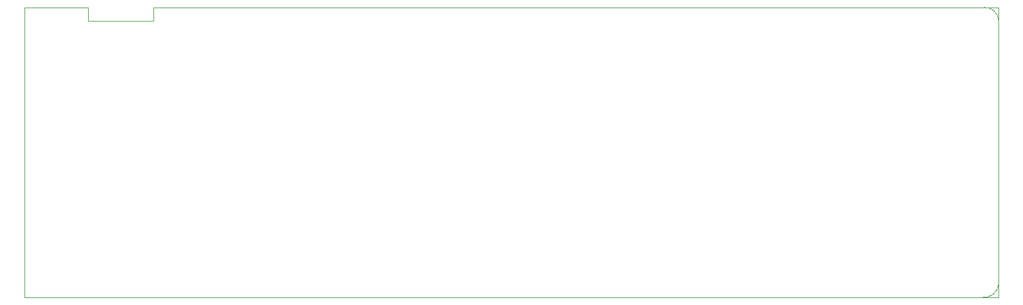
<source format=gbr>
G04 (created by PCBNEW (2013-may-18)-stable) date Fri Mar 18 09:49:29 2016*
%MOIN*%
G04 Gerber Fmt 3.4, Leading zero omitted, Abs format*
%FSLAX34Y34*%
G01*
G70*
G90*
G04 APERTURE LIST*
%ADD10C,0.00590551*%
%ADD11C,0.00393701*%
G04 APERTURE END LIST*
G54D10*
G54D11*
X53208Y-63602D02*
X53169Y-63602D01*
X53169Y-47027D02*
X53208Y-47027D01*
X53169Y-63602D02*
X53169Y-47027D01*
X53208Y-63602D02*
X68169Y-63602D01*
X53208Y-47027D02*
X56791Y-47027D01*
X108799Y-63602D02*
X108799Y-62775D01*
X107933Y-63602D02*
X108799Y-63602D01*
X108799Y-47027D02*
X108799Y-47775D01*
X107972Y-47027D02*
X108799Y-47027D01*
X91397Y-47027D02*
X107972Y-47027D01*
X107893Y-63602D02*
X91397Y-63602D01*
X108799Y-47775D02*
X108799Y-62854D01*
X107894Y-63602D02*
G75*
G03X108799Y-62853I78J826D01*
G74*
G01*
X108799Y-47775D02*
G75*
G03X107971Y-47027I-787J-39D01*
G74*
G01*
X91397Y-47027D02*
X90964Y-47027D01*
X72421Y-47027D02*
X90964Y-47027D01*
X65255Y-47027D02*
X72421Y-47027D01*
X91397Y-63602D02*
X91043Y-63602D01*
X68169Y-63602D02*
X91043Y-63602D01*
X56791Y-47814D02*
X56791Y-47027D01*
X60531Y-47814D02*
X56791Y-47814D01*
X60531Y-47027D02*
X60531Y-47814D01*
X65255Y-47027D02*
X60531Y-47027D01*
M02*

</source>
